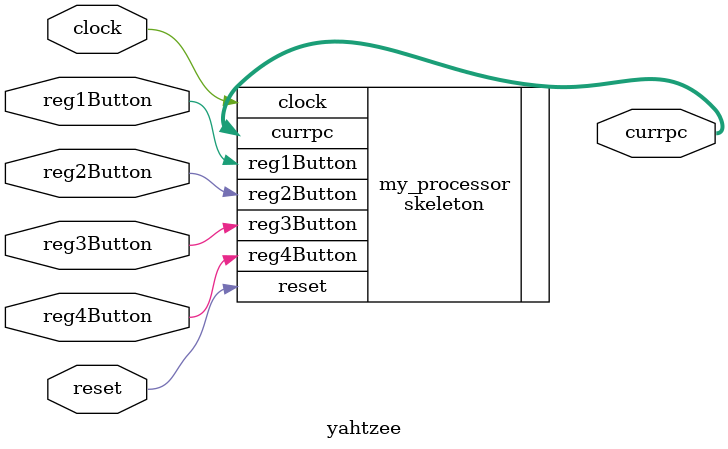
<source format=v>
module yahtzee(clock, reset, reg1Button, reg2Button, reg3Button, reg4Button, currpc);
/*		yahtzee module is top-level module in project. Contains the processor (in the form of a skeleton module, based
 *		on the processor project checkpoint) and other behavioral Verilog modules used for other project purposes, such
 *		as I/O.
 */

	input clock, reset, reg1Button, reg2Button, reg3Button, reg4Button;

	skeleton my_processor(.clock(clock), .reset(reset), .reg1Button(reg1Button), .reg2Button(reg2Button),
						  .reg3Button(reg3Button), .reg4Button(reg4Button), .currpc(currpc));
						  
						  
	/* TESTING WIRES */
	output[11:0] currpc;

endmodule

</source>
